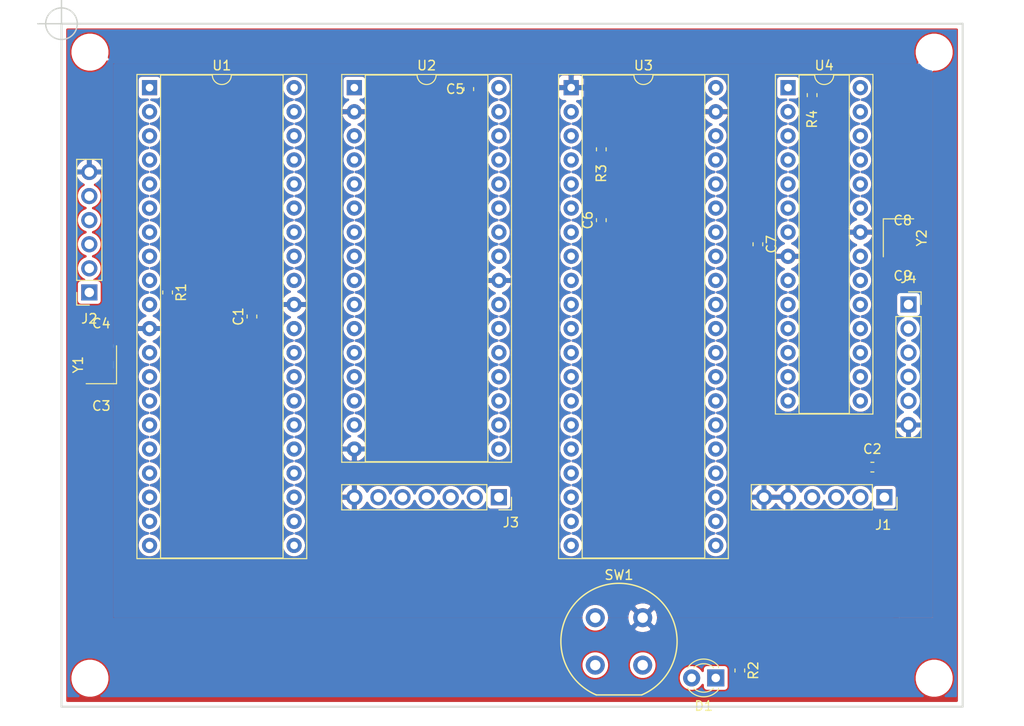
<source format=kicad_pcb>
(kicad_pcb (version 20211014) (generator pcbnew)
  (layers (0 "F.Cu" signal) (31 "B.Cu" signal) (34 "B.Paste" user) (35 "F.Paste" user) (36 "B.SilkS" user "B.Silkscreen") (37 "F.SilkS" user "F.Silkscreen") (38 "B.Mask" user) (39 "F.Mask" user) (44 "Edge.Cuts" user))
  (net 0 "")
  (net 1 "GND")
  (net 2 "/A13")
  (net 3 "VCC")
  (net 4 "/A14")
  (net 5 "/A15")
  (net 6 "/D7")
  (net 7 "/D6")
  (net 8 "/D5")
  (net 9 "/D4")
  (net 10 "/A0")
  (net 11 "/D3")
  (net 12 "/A1")
  (net 13 "/D2")
  (net 14 "/A2")
  (net 15 "/D1")
  (net 16 "/A3")
  (net 17 "/D0")
  (net 18 "/A4")
  (net 19 "/A5")
  (net 20 "/A6")
  (net 21 "/A7")
  (net 22 "/A8")
  (net 23 "/A9")
  (net 24 "/A10")
  (net 25 "/A11")
  (net 26 "/A12")
  (net 27 "/BS")
  (net 28 "/BA")
  (net 29 "/AVMA")
  (net 30 "/LIC")
  (net 31 "/SD_DI")
  (net 32 "/SD_DO")
  (net 33 "/SD_SCK")
  (net 34 "/RD_WR")
  (net 35 "/DBG_RX")
  (net 36 "/DBG_TX")
  (net 37 "/~{IRQ}")
  (net 38 "Net-(C8-Pad1)")
  (net 39 "Net-(C9-Pad2)")
  (net 40 "/~{DBG_RST}")
  (net 41 "/~{USR_SW}")
  (net 42 "/E_CLK")
  (net 43 "/Q_CLK")
  (net 44 "/USR_LED")
  (net 45 "Net-(D1-Pad1)")
  (net 46 "/~{SD_CS}")
  (net 47 "/~{ACK}")
  (net 48 "/~{RAM_E}")
  (net 49 "/~{INT}")
  (net 50 "/BUSY")
  (net 51 "/~{HALT}")
  (net 52 "/~{RESET}")
  (net 53 "/~{STEP}")
  (net 54 "/~{NMI}")
  (net 55 "Net-(C2-Pad1)")
  (net 56 "Net-(C3-Pad1)")
  (net 57 "Net-(C4-Pad2)")
  (net 58 "Net-(J4-Pad1)")
  (net 59 "Net-(R3-Pad1)")
  (footprint "MountingHole:MountingHole_3.2mm_M3" (layer "F.Cu") (at 104 73)
    (fp_text reference "MH1" hide)
    (fp_text value "MountingHole_3.2mm_M3")
    (pad "" np_thru_hole circle locked (at 0 0) (size 3.2 3.2) (drill 3.2) (layers *.Cu *.Mask))
  )
  (footprint "MountingHole:MountingHole_3.2mm_M3" (layer "F.Cu") (at 193 73)
    (fp_text reference "MH2" hide)
    (fp_text value "MountingHole_3.2mm_M3")
    (pad "" np_thru_hole circle locked (at 0 0) (size 3.2 3.2) (drill 3.2) (layers *.Cu *.Mask))
  )
  (footprint "MountingHole:MountingHole_3.2mm_M3" (layer "F.Cu") (at 193 139)
    (fp_text reference "MH3" hide)
    (fp_text value "MountingHole_3.2mm_M3")
    (pad "" np_thru_hole circle locked (at 0 0) (size 3.2 3.2) (drill 3.2) (layers *.Cu *.Mask))
  )
  (footprint "MountingHole:MountingHole_3.2mm_M3" (layer "F.Cu") (at 104 139)
    (fp_text reference "MH4" hide)
    (fp_text value "MountingHole_3.2mm_M3")
    (pad "" np_thru_hole circle locked (at 0 0) (size 3.2 3.2) (drill 3.2) (layers *.Cu *.Mask))
  )
  (footprint "Package_DIP:DIP-32_W15.24mm_Socket" (layer "F.Cu") (at 131.872 76.7392)
    (fp_text reference "U2" (at 7.62 -2.33) (layer "F.SilkS"))
    (fp_text value "HM628128DLP-5")
    (fp_line (start 1.16 39.43) (end 14.08 39.43) (layer "F.SilkS") (width 0.12))
    (fp_line (start 14.08 -1.33) (end 8.62 -1.33) (layer "F.SilkS") (width 0.12))
    (fp_line (start 14.08 39.43) (end 14.08 -1.33) (layer "F.SilkS") (width 0.12))
    (fp_line (start 1.16 -1.33) (end 1.16 39.43) (layer "F.SilkS") (width 0.12))
    (fp_line (start 16.57 39.49) (end 16.57 -1.39) (layer "F.SilkS") (width 0.12))
    (fp_line (start -1.33 39.49) (end 16.57 39.49) (layer "F.SilkS") (width 0.12))
    (fp_line (start -1.33 -1.39) (end -1.33 39.49) (layer "F.SilkS") (width 0.12))
    (fp_line (start 16.57 -1.39) (end -1.33 -1.39) (layer "F.SilkS") (width 0.12))
    (fp_line (start 6.62 -1.33) (end 1.16 -1.33) (layer "F.SilkS") (width 0.12))
    (fp_arc (start 8.62 -1.33) (mid 7.62 -0.33) (end 6.62 -1.33) (layer "F.SilkS") (width 0.12))
    (pad "1" thru_hole rect locked (at 0 0) (size 1.6 1.6) (drill 0.8) (layers *.Cu *.Mask))
    (pad "2" thru_hole oval locked (at 0 2.54) (size 1.6 1.6) (drill 0.8) (layers *.Cu *.Mask) (net 1 "GND"))
    (pad "3" thru_hole oval locked (at 0 5.08) (size 1.6 1.6) (drill 0.8) (layers *.Cu *.Mask) (net 4 "/A14"))
    (pad "4" thru_hole oval locked (at 0 7.62) (size 1.6 1.6) (drill 0.8) (layers *.Cu *.Mask) (net 26 "/A12"))
    (pad "5" thru_hole oval locked (at 0 10.16) (size 1.6 1.6) (drill 0.8) (layers *.Cu *.Mask) (net 21 "/A7"))
    (pad "6" thru_hole oval locked (at 0 12.7) (size 1.6 1.6) (drill 0.8) (layers *.Cu *.Mask) (net 20 "/A6"))
    (pad "7" thru_hole oval locked (at 0 15.24) (size 1.6 1.6) (drill 0.8) (layers *.Cu *.Mask) (net 19 "/A5"))
    (pad "8" thru_hole oval locked (at 0 17.78) (size 1.6 1.6) (drill 0.8) (layers *.Cu *.Mask) (net 18 "/A4"))
    (pad "9" thru_hole oval locked (at 0 20.32) (size 1.6 1.6) (drill 0.8) (layers *.Cu *.Mask) (net 16 "/A3"))
    (pad "10" thru_hole oval locked (at 0 22.86) (size 1.6 1.6) (drill 0.8) (layers *.Cu *.Mask) (net 14 "/A2"))
    (pad "11" thru_hole oval locked (at 0 25.4) (size 1.6 1.6) (drill 0.8) (layers *.Cu *.Mask) (net 12 "/A1"))
    (pad "12" thru_hole oval locked (at 0 27.94) (size 1.6 1.6) (drill 0.8) (layers *.Cu *.Mask) (net 10 "/A0"))
    (pad "13" thru_hole oval locked (at 0 30.48) (size 1.6 1.6) (drill 0.8) (layers *.Cu *.Mask) (net 17 "/D0"))
    (pad "14" thru_hole oval locked (at 0 33.02) (size 1.6 1.6) (drill 0.8) (layers *.Cu *.Mask) (net 15 "/D1"))
    (pad "15" thru_hole oval locked (at 0 35.56) (size 1.6 1.6) (drill 0.8) (layers *.Cu *.Mask) (net 13 "/D2"))
    (pad "16" thru_hole oval locked (at 0 38.1) (size 1.6 1.6) (drill 0.8) (layers *.Cu *.Mask) (net 1 "GND"))
    (pad "17" thru_hole oval locked (at 15.24 38.1) (size 1.6 1.6) (drill 0.8) (layers *.Cu *.Mask) (net 11 "/D3"))
    (pad "18" thru_hole oval locked (at 15.24 35.56) (size 1.6 1.6) (drill 0.8) (layers *.Cu *.Mask) (net 9 "/D4"))
    (pad "19" thru_hole oval locked (at 15.24 33.02) (size 1.6 1.6) (drill 0.8) (layers *.Cu *.Mask) (net 8 "/D5"))
    (pad "20" thru_hole oval locked (at 15.24 30.48) (size 1.6 1.6) (drill 0.8) (layers *.Cu *.Mask) (net 7 "/D6"))
    (pad "21" thru_hole oval locked (at 15.24 27.94) (size 1.6 1.6) (drill 0.8) (layers *.Cu *.Mask) (net 6 "/D7"))
    (pad "22" thru_hole oval locked (at 15.24 25.4) (size 1.6 1.6) (drill 0.8) (layers *.Cu *.Mask) (net 48 "/~{RAM_E}"))
    (pad "23" thru_hole oval locked (at 15.24 22.86) (size 1.6 1.6) (drill 0.8) (layers *.Cu *.Mask) (net 24 "/A10"))
    (pad "24" thru_hole oval locked (at 15.24 20.32) (size 1.6 1.6) (drill 0.8) (layers *.Cu *.Mask) (net 1 "GND"))
    (pad "25" thru_hole oval locked (at 15.24 17.78) (size 1.6 1.6) (drill 0.8) (layers *.Cu *.Mask) (net 25 "/A11"))
    (pad "26" thru_hole oval locked (at 15.24 15.24) (size 1.6 1.6) (drill 0.8) (layers *.Cu *.Mask) (net 23 "/A9"))
    (pad "27" thru_hole oval locked (at 15.24 12.7) (size 1.6 1.6) (drill 0.8) (layers *.Cu *.Mask) (net 22 "/A8"))
    (pad "28" thru_hole oval locked (at 15.24 10.16) (size 1.6 1.6) (drill 0.8) (layers *.Cu *.Mask) (net 2 "/A13"))
    (pad "29" thru_hole oval locked (at 15.24 7.62) (size 1.6 1.6) (drill 0.8) (layers *.Cu *.Mask) (net 34 "/RD_WR"))
    (pad "30" thru_hole oval locked (at 15.24 5.08) (size 1.6 1.6) (drill 0.8) (layers *.Cu *.Mask) (net 42 "/E_CLK"))
    (pad "31" thru_hole oval locked (at 15.24 2.54) (size 1.6 1.6) (drill 0.8) (layers *.Cu *.Mask) (net 5 "/A15"))
    (pad "32" thru_hole oval locked (at 15.24 0) (size 1.6 1.6) (drill 0.8) (layers *.Cu *.Mask) (net 3 "VCC"))
  )
  (footprint "Connector_PinSocket_2.54mm:PinSocket_1x06_P2.54mm_Vertical" (layer "F.Cu") (at 187.752 119.919 -90)
    (fp_text reference "J1" (at 2.921 0.127) (layer "F.SilkS"))
    (fp_text value "Conn_USB_Serial")
    (fp_line (start 1.33 1.27) (end 1.33 14.03) (layer "F.SilkS") (width 0.12))
    (fp_line (start 0 -1.33) (end 1.33 -1.33) (layer "F.SilkS") (width 0.12))
    (fp_line (start -1.33 1.27) (end -1.33 14.03) (layer "F.SilkS") (width 0.12))
    (fp_line (start 1.33 -1.33) (end 1.33 0) (layer "F.SilkS") (width 0.12))
    (fp_line (start -1.33 1.27) (end 1.33 1.27) (layer "F.SilkS") (width 0.12))
    (fp_line (start -1.33 14.03) (end 1.33 14.03) (layer "F.SilkS") (width 0.12))
    (pad "1" thru_hole rect locked (at 0 0 270) (size 1.7 1.7) (drill 1) (layers *.Cu *.Mask) (net 55 "Net-(C2-Pad1)"))
    (pad "2" thru_hole oval locked (at 0 2.54 270) (size 1.7 1.7) (drill 1) (layers *.Cu *.Mask) (net 36 "/DBG_TX"))
    (pad "3" thru_hole oval locked (at 0 5.08 270) (size 1.7 1.7) (drill 1) (layers *.Cu *.Mask) (net 35 "/DBG_RX"))
    (pad "4" thru_hole oval locked (at 0 7.62 270) (size 1.7 1.7) (drill 1) (layers *.Cu *.Mask) (net 3 "VCC"))
    (pad "5" thru_hole oval locked (at 0 10.16 270) (size 1.7 1.7) (drill 1) (layers *.Cu *.Mask) (net 1 "GND"))
    (pad "6" thru_hole oval locked (at 0 12.7 270) (size 1.7 1.7) (drill 1) (layers *.Cu *.Mask) (net 1 "GND"))
  )
  (footprint "Package_DIP:DIP-40_W15.24mm_Socket" (layer "F.Cu") (at 154.732 76.7392)
    (fp_text reference "U3" (at 7.62 -2.33) (layer "F.SilkS"))
    (fp_text value "HD63C09E")
    (fp_line (start -1.33 49.65) (end 16.57 49.65) (layer "F.SilkS") (width 0.12))
    (fp_line (start 16.57 -1.39) (end -1.33 -1.39) (layer "F.SilkS") (width 0.12))
    (fp_line (start 1.16 -1.33) (end 1.16 49.59) (layer "F.SilkS") (width 0.12))
    (fp_line (start 16.57 49.65) (end 16.57 -1.39) (layer "F.SilkS") (width 0.12))
    (fp_line (start 6.62 -1.33) (end 1.16 -1.33) (layer "F.SilkS") (width 0.12))
    (fp_line (start 14.08 -1.33) (end 8.62 -1.33) (layer "F.SilkS") (width 0.12))
    (fp_line (start 14.08 49.59) (end 14.08 -1.33) (layer "F.SilkS") (width 0.12))
    (fp_line (start 1.16 49.59) (end 14.08 49.59) (layer "F.SilkS") (width 0.12))
    (fp_line (start -1.33 -1.39) (end -1.33 49.65) (layer "F.SilkS") (width 0.12))
    (fp_arc (start 8.62 -1.33) (mid 7.62 -0.33) (end 6.62 -1.33) (layer "F.SilkS") (width 0.12))
    (pad "1" thru_hole rect locked (at 0 0) (size 1.6 1.6) (drill 0.8) (layers *.Cu *.Mask) (net 1 "GND"))
    (pad "2" thru_hole oval locked (at 0 2.54) (size 1.6 1.6) (drill 0.8) (layers *.Cu *.Mask) (net 54 "/~{NMI}"))
    (pad "3" thru_hole oval locked (at 0 5.08) (size 1.6 1.6) (drill 0.8) (layers *.Cu *.Mask) (net 37 "/~{IRQ}"))
    (pad "4" thru_hole oval locked (at 0 7.62) (size 1.6 1.6) (drill 0.8) (layers *.Cu *.Mask) (net 59 "Net-(R3-Pad1)"))
    (pad "5" thru_hole oval locked (at 0 10.16) (size 1.6 1.6) (drill 0.8) (layers *.Cu *.Mask) (net 27 "/BS"))
    (pad "6" thru_hole oval locked (at 0 12.7) (size 1.6 1.6) (drill 0.8) (layers *.Cu *.Mask) (net 28 "/BA"))
    (pad "7" thru_hole oval locked (at 0 15.24) (size 1.6 1.6) (drill 0.8) (layers *.Cu *.Mask) (net 3 "VCC"))
    (pad "8" thru_hole oval locked (at 0 17.78) (size 1.6 1.6) (drill 0.8) (layers *.Cu *.Mask) (net 10 "/A0"))
    (pad "9" thru_hole oval locked (at 0 20.32) (size 1.6 1.6) (drill 0.8) (layers *.Cu *.Mask) (net 12 "/A1"))
    (pad "10" thru_hole oval locked (at 0 22.86) (size 1.6 1.6) (drill 0.8) (layers *.Cu *.Mask) (net 14 "/A2"))
    (pad "11" thru_hole oval locked (at 0 25.4) (size 1.6 1.6) (drill 0.8) (layers *.Cu *.Mask) (net 16 "/A3"))
    (pad "12" thru_hole oval locked (at 0 27.94) (size 1.6 1.6) (drill 0.8) (layers *.Cu *.Mask) (net 18 "/A4"))
    (pad "13" thru_hole oval locked (at 0 30.48) (size 1.6 1.6) (drill 0.8) (layers *.Cu *.Mask) (net 19 "/A5"))
    (pad "14" thru_hole oval locked (at 0 33.02) (size 1.6 1.6) (drill 0.8) (layers *.Cu *.Mask) (net 20 "/A6"))
    (pad "15" thru_hole oval locked (at 0 35.56) (size 1.6 1.6) (drill 0.8) (layers *.Cu *.Mask) (net 21 "/A7"))
    (pad "16" thru_hole oval locked (at 0 38.1) (size 1.6 1.6) (drill 0.8) (layers *.Cu *.Mask) (net 22 "/A8"))
    (pad "17" thru_hole oval locked (at 0 40.64) (size 1.6 1.6) (drill 0.8) (layers *.Cu *.Mask) (net 23 "/A9"))
    (pad "18" thru_hole oval locked (at 0 43.18) (size 1.6 1.6) (drill 0.8) (layers *.Cu *.Mask) (net 24 "/A10"))
    (pad "19" thru_hole oval locked (at 0 45.72) (size 1.6 1.6) (drill 0.8) (layers *.Cu *.Mask) (net 25 "/A11"))
    (pad "20" thru_hole oval locked (at 0 48.26) (size 1.6 1.6) (drill 0.8) (layers *.Cu *.Mask) (net 26 "/A12"))
    (pad "21" thru_hole oval locked (at 15.24 48.26) (size 1.6 1.6) (drill 0.8) (layers *.Cu *.Mask) (net 2 "/A13"))
    (pad "22" thru_hole oval locked (at 15.24 45.72) (size 1.6 1.6) (drill 0.8) (layers *.Cu *.Mask) (net 4 "/A14"))
    (pad "23" thru_hole oval locked (at 15.24 43.18) (size 1.6 1.6) (drill 0.8) (layers *.Cu *.Mask) (net 5 "/A15"))
    (pad "24" thru_hole oval locked (at 15.24 40.64) (size 1.6 1.6) (drill 0.8) (layers *.Cu *.Mask) (net 6 "/D7"))
    (pad "25" thru_hole oval locked (at 15.24 38.1) (size 1.6 1.6) (drill 0.8) (layers *.Cu *.Mask) (net 7 "/D6"))
    (pad "26" thru_hole oval locked (at 15.24 35.56) (size 1.6 1.6) (drill 0.8) (layers *.Cu *.Mask) (net 8 "/D5"))
    (pad "27" thru_hole oval locked (at 15.24 33.02) (size 1.6 1.6) (drill 0.8) (layers *.Cu *.Mask) (net 9 "/D4"))
    (pad "28" thru_hole oval locked (at 15.24 30.48) (size 1.6 1.6) (drill 0.8) (layers *.Cu *.Mask) (net 11 "/D3"))
    (pad "29" thru_hole oval locked (at 15.24 27.94) (size 1.6 1.6) (drill 0.8) (layers *.Cu *.Mask) (net 13 "/D2"))
    (pad "30" thru_hole oval locked (at 15.24 25.4) (size 1.6 1.6) (drill 0.8) (layers *.Cu *.Mask) (net 15 "/D1"))
    (pad "31" thru_hole oval locked (at 15.24 22.86) (size 1.6 1.6) (drill 0.8) (layers *.Cu *.Mask) (net 17 "/D0"))
    (pad "32" thru_hole oval locked (at 15.24 20.32) (size 1.6 1.6) (drill 0.8) (layers *.Cu *.Mask) (net 34 "/RD_WR"))
    (pad "33" thru_hole oval locked (at 15.24 17.78) (size 1.6 1.6) (drill 0.8) (layers *.Cu *.Mask) (net 50 "/BUSY"))
    (pad "34" thru_hole oval locked (at 15.24 15.24) (size 1.6 1.6) (drill 0.8) (layers *.Cu *.Mask) (net 42 "/E_CLK"))
    (pad "35" thru_hole oval locked (at 15.24 12.7) (size 1.6 1.6) (drill 0.8) (layers *.Cu *.Mask) (net 43 "/Q_CLK"))
    (pad "36" thru_hole oval locked (at 15.24 10.16) (size 1.6 1.6) (drill 0.8) (layers *.Cu *.Mask) (net 29 "/AVMA"))
    (pad "37" thru_hole oval locked (at 15.24 7.62) (size 1.6 1.6) (drill 0.8) (layers *.Cu *.Mask) (net 52 "/~{RESET}"))
    (pad "38" thru_hole oval locked (at 15.24 5.08) (size 1.6 1.6) (drill 0.8) (layers *.Cu *.Mask) (net 30 "/LIC"))
    (pad "39" thru_hole oval locked (at 15.24 2.54) (size 1.6 1.6) (drill 0.8) (layers *.Cu *.Mask) (net 1 "GND"))
    (pad "40" thru_hole oval locked (at 15.24 0) (size 1.6 1.6) (drill 0.8) (layers *.Cu *.Mask) (net 51 "/~{HALT}"))
  )
  (footprint "Connector_PinSocket_2.54mm:PinSocket_1x07_P2.54mm_Vertical" (layer "F.Cu") (at 147.112 119.919 -90)
    (fp_text reference "J3" (at 2.667 -1.27) (layer "F.SilkS"))
    (fp_text value "Conn_Micro_SD")
    (fp_line (start -1.33 16.57) (end 1.33 16.57) (layer "F.SilkS") (width 0.12))
    (fp_line (start 1.33 -1.33) (end 1.33 0) (layer "F.SilkS") (width 0.12))
    (fp_line (start 0 -1.33) (end 1.33 -1.33) (layer "F.SilkS") (width 0.12))
    (fp_line (start 1.33 1.27) (end 1.33 16.57) (layer "F.SilkS") (width 0.12))
    (fp_line (start -1.33 1.27) (end -1.33 16.57) (layer "F.SilkS") (width 0.12))
    (fp_line (start -1.33 1.27) (end 1.33 1.27) (layer "F.SilkS") (width 0.12))
    (pad "1" thru_hole rect locked (at 0 0 270) (size 1.7 1.7) (drill 1) (layers *.Cu *.Mask) (net 3 "VCC"))
    (pad "2" thru_hole oval locked (at 0 2.54 270) (size 1.7 1.7) (drill 1) (layers *.Cu *.Mask) (net 46 "/~{SD_CS}"))
    (pad "3" thru_hole oval locked (at 0 5.08 270) (size 1.7 1.7) (drill 1) (layers *.Cu *.Mask) (net 31 "/SD_DI"))
    (pad "4" thru_hole oval locked (at 0 7.62 270) (size 1.7 1.7) (drill 1) (layers *.Cu *.Mask) (net 33 "/SD_SCK"))
    (pad "5" thru_hole oval locked (at 0 10.16 270) (size 1.7 1.7) (drill 1) (layers *.Cu *.Mask) (net 32 "/SD_DO"))
    (pad "6" thru_hole oval locked (at 0 12.7 270) (size 1.7 1.7) (drill 1) (layers *.Cu *.Mask))
    (pad "7" thru_hole oval locked (at 0 15.24 270) (size 1.7 1.7) (drill 1) (layers *.Cu *.Mask) (net 1 "GND"))
  )
  (footprint "Capacitor_SMD:C_0603_1608Metric" (layer "F.Cu") (at 143.937 76.8917 90)
    (fp_text reference "C5" (at 0 -1.43 180) (layer "F.SilkS"))
    (fp_text value "0.1u")
    (fp_line (start -0.162779 0.51) (end 0.162779 0.51) (layer "F.SilkS") (width 0.12))
    (fp_line (start -0.162779 -0.51) (end 0.162779 -0.51) (layer "F.SilkS") (width 0.12))
    (pad "1" smd roundrect locked (at -0.7875 0 90) (size 0.875 0.95) (layers "F.Cu" "F.Paste" "F.Mask") (net 3 "VCC"))
    (pad "2" smd roundrect locked (at 0.7875 0 90) (size 0.875 0.95) (layers "F.Cu" "F.Paste" "F.Mask") (net 1 "GND"))
  )
  (footprint "Capacitor_SMD:C_0603_1608Metric" (layer "F.Cu") (at 174.417 93.2492 -90)
    (fp_text reference "C7" (at 0 -1.43 -90) (layer "F.SilkS"))
    (fp_text value "0.1u")
    (fp_line (start -0.162779 -0.51) (end 0.162779 -0.51) (layer "F.SilkS") (width 0.12))
    (fp_line (start -0.162779 0.51) (end 0.162779 0.51) (layer "F.SilkS") (width 0.12))
    (pad "1" smd roundrect locked (at -0.7875 0 270) (size 0.875 0.95) (layers "F.Cu" "F.Paste" "F.Mask") (net 3 "VCC"))
    (pad "2" smd roundrect locked (at 0.7875 0 270) (size 0.875 0.95) (layers "F.Cu" "F.Paste" "F.Mask") (net 1 "GND"))
  )
  (footprint "Resistor_SMD:R_0603_1608Metric" (layer "F.Cu") (at 157.907 83.2417 90)
    (fp_text reference "R3" (at -2.54 0 90) (layer "F.SilkS"))
    (fp_text value "10k")
    (fp_line (start -0.162779 0.51) (end 0.162779 0.51) (layer "F.SilkS") (width 0.12))
    (fp_line (start -0.162779 -0.51) (end 0.162779 -0.51) (layer "F.SilkS") (width 0.12))
    (pad "1" smd roundrect locked (at -0.7875 0 90) (size 0.875 0.95) (layers "F.Cu" "F.Paste" "F.Mask") (net 59 "Net-(R3-Pad1)"))
    (pad "2" smd roundrect locked (at 0.7875 0 90) (size 0.875 0.95) (layers "F.Cu" "F.Paste" "F.Mask") (net 3 "VCC"))
  )
  (footprint "Resistor_SMD:R_0603_1608Metric" (layer "F.Cu") (at 112.187 98.3292 -90)
    (fp_text reference "R1" (at 0 -1.43 90) (layer "F.SilkS"))
    (fp_text value "10k")
    (fp_line (start -0.162779 -0.51) (end 0.162779 -0.51) (layer "F.SilkS") (width 0.12))
    (fp_line (start -0.162779 0.51) (end 0.162779 0.51) (layer "F.SilkS") (width 0.12))
    (pad "1" smd roundrect locked (at -0.7875 0 270) (size 0.875 0.95) (layers "F.Cu" "F.Paste" "F.Mask") (net 40 "/~{DBG_RST}"))
    (pad "2" smd roundrect locked (at 0.7875 0 270) (size 0.875 0.95) (layers "F.Cu" "F.Paste" "F.Mask") (net 3 "VCC"))
  )
  (footprint "Resistor_SMD:R_0603_1608Metric" (layer "F.Cu") (at 180.132 77.5267 90)
    (fp_text reference "R4" (at -2.54 0 270) (layer "F.SilkS"))
    (fp_text value "10k")
    (fp_line (start -0.162779 0.51) (end 0.162779 0.51) (layer "F.SilkS") (width 0.12))
    (fp_line (start -0.162779 -0.51) (end 0.162779 -0.51) (layer "F.SilkS") (width 0.12))
    (pad "1" smd roundrect locked (at -0.7875 0 90) (size 0.875 0.95) (layers "F.Cu" "F.Paste" "F.Mask") (net 58 "Net-(J4-Pad1)"))
    (pad "2" smd roundrect locked (at 0.7875 0 90) (size 0.875 0.95) (layers "F.Cu" "F.Paste" "F.Mask") (net 3 "VCC"))
  )
  (footprint "Crystal:Crystal_SMD_SeikoEpson_FA238-4Pin_3.2x2.5mm" (layer "F.Cu") (at 189.238 92.5712 -90)
    (fp_text reference "Y2" (at 0 -2.45 -90) (layer "F.SilkS"))
    (fp_text value "20MHz")
    (fp_line (start -2 1.6) (end 2 1.6) (layer "F.SilkS") (width 0.12))
    (fp_line (start -2 -1.6) (end -2 1.6) (layer "F.SilkS") (width 0.12))
    (pad "1" smd rect locked (at -1.1 0.8 270) (size 1.4 1.2) (layers "F.Cu" "F.Paste" "F.Mask") (net 38 "Net-(C8-Pad1)"))
    (pad "2" smd rect locked (at 1.1 0.8 270) (size 1.4 1.2) (layers "F.Cu" "F.Paste" "F.Mask") (net 39 "Net-(C9-Pad2)"))
    (pad "3" smd rect locked (at 1.1 -0.8 270) (size 1.4 1.2) (layers "F.Cu" "F.Paste" "F.Mask"))
    (pad "4" smd rect locked (at -1.1 -0.8 270) (size 1.4 1.2) (layers "F.Cu" "F.Paste" "F.Mask"))
  )
  (footprint "Crystal:Crystal_SMD_SeikoEpson_FA238-4Pin_3.2x2.5mm" (layer "F.Cu") (at 105.202 105.949 90)
    (fp_text reference "Y1" (at 0 -2.45 90) (layer "F.SilkS"))
    (fp_text value "20MHz")
    (fp_line (start -2 -1.6) (end -2 1.6) (layer "F.SilkS") (width 0.12))
    (fp_line (start -2 1.6) (end 2 1.6) (layer "F.SilkS") (width 0.12))
    (pad "1" smd rect locked (at -1.1 0.8 90) (size 1.4 1.2) (layers "F.Cu" "F.Paste" "F.Mask") (net 56 "Net-(C3-Pad1)"))
    (pad "2" smd rect locked (at 1.1 0.8 90) (size 1.4 1.2) (layers "F.Cu" "F.Paste" "F.Mask") (net 57 "Net-(C4-Pad2)"))
    (pad "3" smd rect locked (at 1.1 -0.8 90) (size 1.4 1.2) (layers "F.Cu" "F.Paste" "F.Mask"))
    (pad "4" smd rect locked (at -1.1 -0.8 90) (size 1.4 1.2) (layers "F.Cu" "F.Paste" "F.Mask"))
  )
  (footprint "Capacitor_SMD:C_0603_1608Metric" (layer "F.Cu") (at 186.482 116.744 180)
    (fp_text reference "C2" (at 0 1.905 180) (layer "F.SilkS"))
    (fp_text value "0.1u")
    (fp_line (start -0.162779 -0.51) (end 0.162779 -0.51) (layer "F.SilkS") (width 0.12))
    (fp_line (start -0.162779 0.51) (end 0.162779 0.51) (layer "F.SilkS") (width 0.12))
    (pad "1" smd roundrect locked (at -0.7875 0 180) (size 0.875 0.95) (layers "F.Cu" "F.Paste" "F.Mask") (net 55 "Net-(C2-Pad1)"))
    (pad "2" smd roundrect locked (at 0.7875 0 180) (size 0.875 0.95) (layers "F.Cu" "F.Paste" "F.Mask") (net 40 "/~{DBG_RST}"))
  )
  (footprint "Capacitor_SMD:C_0603_1608Metric" (layer "F.Cu") (at 157.907 90.7092 90)
    (fp_text reference "C6" (at 0 -1.43 90) (layer "F.SilkS"))
    (fp_text value "0.1u")
    (fp_line (start -0.162779 0.51) (end 0.162779 0.51) (layer "F.SilkS") (width 0.12))
    (fp_line (start -0.162779 -0.51) (end 0.162779 -0.51) (layer "F.SilkS") (width 0.12))
    (pad "1" smd roundrect locked (at -0.7875 0 90) (size 0.875 0.95) (layers "F.Cu" "F.Paste" "F.Mask") (net 3 "VCC"))
    (pad "2" smd roundrect locked (at 0.7875 0 90) (size 0.875 0.95) (layers "F.Cu" "F.Paste" "F.Mask") (net 1 "GND"))
  )
  (footprint "Capacitor_SMD:C_0402_1005Metric" (layer "F.Cu") (at 189.68 89.5662 180)
    (fp_text reference "C8" (at 0 -1.17) (layer "F.SilkS"))
    (fp_text value "22p")
    (pad "1" smd roundrect locked (at -0.485 0 180) (size 0.59 0.64) (layers "F.Cu" "F.Paste" "F.Mask") (net 38 "Net-(C8-Pad1)"))
    (pad "2" smd roundrect locked (at 0.485 0 180) (size 0.59 0.64) (layers "F.Cu" "F.Paste" "F.Mask") (net 1 "GND"))
  )
  (footprint "Capacitor_SMD:C_0402_1005Metric" (layer "F.Cu") (at 105.202 102.774)
    (fp_text reference "C4" (at 0 -1.17) (layer "F.SilkS"))
    (fp_text value "22p")
    (pad "1" smd roundrect locked (at -0.485 0) (size 0.59 0.64) (layers "F.Cu" "F.Paste" "F.Mask") (net 1 "GND"))
    (pad "2" smd roundrect locked (at 0.485 0) (size 0.59 0.64) (layers "F.Cu" "F.Paste" "F.Mask") (net 57 "Net-(C4-Pad2)"))
  )
  (footprint "Capacitor_SMD:C_0402_1005Metric" (layer "F.Cu") (at 105.202 109.124 180)
    (fp_text reference "C3" (at 0 -1.17 180) (layer "F.SilkS"))
    (fp_text value "22p")
    (pad "1" smd roundrect locked (at -0.485 0 180) (size 0.59 0.64) (layers "F.Cu" "F.Paste" "F.Mask") (net 56 "Net-(C3-Pad1)"))
    (pad "2" smd roundrect locked (at 0.485 0 180) (size 0.59 0.64) (layers "F.Cu" "F.Paste" "F.Mask") (net 1 "GND"))
  )
  (footprint "Connector_PinSocket_2.54mm:PinSocket_1x06_P2.54mm_Vertical" (layer "F.Cu") (at 103.932 98.3292 180)
    (fp_text reference "J2" (at 0 -2.77) (layer "F.SilkS"))
    (fp_text value "Conn_AVR_ISP")
    (fp_line (start -1.33 1.27) (end 1.33 1.27) (layer "F.SilkS") (width 0.12))
    (fp_line (start 1.33 1.27) (end 1.33 14.03) (layer "F.SilkS") (width 0.12))
    (fp_line (start -1.33 1.27) (end -1.33 14.03) (layer "F.SilkS") (width 0.12))
    (fp_line (start 0 -1.33) (end 1.33 -1.33) (layer "F.SilkS") (width 0.12))
    (fp_line (start 1.33 -1.33) (end 1.33 0) (layer "F.SilkS") (width 0.12))
    (fp_line (start -1.33 14.03) (end 1.33 14.03) (layer "F.SilkS") (width 0.12))
    (pad "1" thru_hole rect locked (at 0 0 180) (size 1.7 1.7) (drill 1) (layers *.Cu *.Mask) (net 40 "/~{DBG_RST}"))
    (pad "2" thru_hole oval locked (at 0 2.54 180) (size 1.7 1.7) (drill 1) (layers *.Cu *.Mask) (net 3 "VCC"))
    (pad "3" thru_hole oval locked (at 0 5.08 180) (size 1.7 1.7) (drill 1) (layers *.Cu *.Mask) (net 33 "/SD_SCK"))
    (pad "4" thru_hole oval locked (at 0 7.62 180) (size 1.7 1.7) (drill 1) (layers *.Cu *.Mask) (net 32 "/SD_DO"))
    (pad "5" thru_hole oval locked (at 0 10.16 180) (size 1.7 1.7) (drill 1) (layers *.Cu *.Mask) (net 31 "/SD_DI"))
    (pad "6" thru_hole oval locked (at 0 12.7 180) (size 1.7 1.7) (drill 1) (layers *.Cu *.Mask) (net 1 "GND"))
  )
  (footprint "Connector_PinSocket_2.54mm:PinSocket_1x06_P2.54mm_Vertical" (layer "F.Cu") (at 190.292 99.5992)
    (fp_text reference "J4" (at 0 -2.77) (layer "F.SilkS"))
    (fp_text value "Conn_AVR_ISP")
    (fp_line (start -1.33 14.03) (end 1.33 14.03) (layer "F.SilkS") (width 0.12))
    (fp_line (start 1.33 -1.33) (end 1.33 0) (layer "F.SilkS") (width 0.12))
    (fp_line (start -1.33 1.27) (end 1.33 1.27) (layer "F.SilkS") (width 0.12))
    (fp_line (start -1.33 1.27) (end -1.33 14.03) (layer "F.SilkS") (width 0.12))
    (fp_line (start 0 -1.33) (end 1.33 -1.33) (layer "F.SilkS") (width 0.12))
    (fp_line (start 1.33 1.27) (end 1.33 14.03) (layer "F.SilkS") (width 0.12))
    (pad "1" thru_hole rect locked (at 0 0) (size 1.7 1.7) (drill 1) (layers *.Cu *.Mask) (net 58 "Net-(J4-Pad1)"))
    (pad "2" thru_hole oval locked (at 0 2.54) (size 1.7 1.7) (drill 1) (layers *.Cu *.Mask) (net 3 "VCC"))
    (pad "3" thru_hole oval locked (at 0 5.08) (size 1.7 1.7) (drill 1) (layers *.Cu *.Mask) (net 21 "/A7"))
    (pad "4" thru_hole oval locked (at 0 7.62) (size 1.7 1.7) (drill 1) (layers *.Cu *.Mask) (net 14 "/A2"))
    (pad "5" thru_hole oval locked (at 0 10.16) (size 1.7 1.7) (drill 1) (layers *.Cu *.Mask) (net 16 "/A3"))
    (pad "6" thru_hole oval locked (at 0 12.7) (size 1.7 1.7) (drill 1) (layers *.Cu *.Mask) (net 1 "GND"))
  )
  (footprint "Capacitor_SMD:C_0402_1005Metric" (layer "F.Cu") (at 189.68 95.4082 180)
    (fp_text reference "C9" (at 0 -1.17 180) (layer "F.SilkS"))
    (fp_text value "22p")
    (pad "1" smd roundrect locked (at -0.485 0 180) (size 0.59 0.64) (layers "F.Cu" "F.Paste" "F.Mask") (net 1 "GND"))
    (pad "2" smd roundrect locked (at 0.485 0 180) (size 0.59 0.64) (layers "F.Cu" "F.Paste" "F.Mask") (net 39 "Net-(C9-Pad2)"))
  )
  (footprint "Capacitor_SMD:C_0603_1608Metric" (layer "F.Cu") (at 121.077 100.869 90)
    (fp_text reference "C1" (at 0 -1.43 90) (layer "F.SilkS"))
    (fp_text value "0.1u")
    (fp_line (start -0.162779 -0.51) (end 0.162779 -0.51) (layer "F.SilkS") (width 0.12))
    (fp_line (start -0.162779 0.51) (end 0.162779 0.51) (layer "F.SilkS") (width 0.12))
    (pad "1" smd roundrect locked (at -0.7875 0 90) (size 0.875 0.95) (layers "F.Cu" "F.Paste" "F.Mask") (net 3 "VCC"))
    (pad "2" smd roundrect locked (at 0.7875 0 90) (size 0.875 0.95) (layers "F.Cu" "F.Paste" "F.Mask") (net 1 "GND"))
  )
  (footprint "LED_THT:LED_D3.0mm" (layer "F.Cu") (at 169.972 138.9692 180)
    (fp_text reference "D1" (at 1.27 -2.96) (layer "F.SilkS"))
    (fp_text value "USR_LED")
    (fp_line (start -0.29 1.08) (end -0.29 1.236) (layer "F.SilkS") (width 0.12))
    (fp_line (start -0.29 -1.236) (end -0.29 -1.08) (layer "F.SilkS") (width 0.12))
    (fp_arc (start -0.29 -1.235516) (mid 1.366487 -1.987659) (end 2.942335 -1.078608) (layer "F.SilkS") (width 0.12))
    (fp_arc (start 2.31113 1.079837) (mid 1.270117 1.5) (end 0.229039 1.08) (layer "F.SilkS") (width 0.12))
    (fp_arc (start 0.229039 -1.08) (mid 1.270117 -1.5) (end 2.31113 -1.079837) (layer "F.SilkS") (width 0.12))
    (fp_arc (start 2.942335 1.078608) (mid 1.366487 1.987659) (end -0.29 1.235516) (layer "F.SilkS") (width 0.12))
    (pad "1" thru_hole rect locked (at 0 0 180) (size 1.8 1.8) (drill 0.9) (layers *.Cu *.Mask) (net 45 "Net-(D1-Pad1)"))
    (pad "2" thru_hole circle locked (at 2.54 0 180) (size 1.8 1.8) (drill 0.9) (layers *.Cu *.Mask) (net 44 "/USR_LED"))
  )
  (footprint "Resistor_SMD:R_0603_1608Metric" (layer "F.Cu") (at 172.512 138.1817 -90)
    (fp_text reference "R2" (at 0 -1.43 90) (layer "F.SilkS"))
    (fp_text value "560")
    (fp_line (start -0.162779 -0.51) (end 0.162779 -0.51) (layer "F.SilkS") (width 0.12))
    (fp_line (start -0.162779 0.51) (end 0.162779 0.51) (layer "F.SilkS") (width 0.12))
    (pad "1" smd roundrect locked (at -0.7875 0 270) (size 0.875 0.95) (layers "F.Cu" "F.Paste" "F.Mask") (net 1 "GND"))
    (pad "2" smd roundrect locked (at 0.7875 0 270) (size 0.875 0.95) (layers "F.Cu" "F.Paste" "F.Mask") (net 45 "Net-(D1-Pad1)"))
  )
  (footprint "Button_Switch_THT:Push_E-Switch_KS01Q01" (layer "F.Cu") (at 157.272 132.6192)
    (fp_text reference "SW1" (at 2.5 -4.5) (layer "F.SilkS"))
    (fp_text value "USR_SW")
    (fp_line (start 4.89 8.14) (end 0.11 8.14) (layer "F.SilkS") (width 0.15))
    (fp_arc (start 0.11 8.14) (mid 2.496283 -3.625495) (end 4.896843 8.137095) (layer "F.SilkS") (width 0.15))
    (pad "1" thru_hole circle locked (at 0 0) (size 2 2) (drill 1.1) (layers *.Cu *.Mask) (net 41 "/~{USR_SW}"))
    (pad "2" thru_hole circle locked (at 5 0) (size 2 2) (drill 1.1) (layers *.Cu *.Mask) (net 1 "GND"))
    (pad "3" thru_hole circle locked (at 0 5) (size 2 2) (drill 1.1) (layers *.Cu *.Mask))
    (pad "4" thru_hole circle locked (at 5 5) (size 2 2) (drill 1.1) (layers *.Cu *.Mask))
  )
  (footprint "Package_DIP:DIP-40_W15.24mm_Socket" (layer "F.Cu") (at 110.282 76.7392)
    (fp_text reference "U1" (at 7.62 -2.33) (layer "F.SilkS"))
    (fp_text value "ATmega1284P-PU")
    (fp_line (start 16.57 49.65) (end 16.57 -1.39) (layer "F.SilkS") (width 0.12))
    (fp_line (start 14.08 49.59) (end 14.08 -1.33) (layer "F.SilkS") (width 0.12))
    (fp_line (start 1.16 -1.33) (end 1.16 49.59) (layer "F.SilkS") (width 0.12))
    (fp_line (start -1.33 49.65) (end 16.57 49.65) (layer "F.SilkS") (width 0.12))
    (fp_line (start -1.33 -1.39) (end -1.33 49.65) (layer "F.SilkS") (width 0.12))
    (fp_line (start 6.62 -1.33) (end 1.16 -1.33) (layer "F.SilkS") (width 0.12))
    (fp_line (start 16.57 -1.39) (end -1.33 -1.39) (layer "F.SilkS") (width 0.12))
    (fp_line (start 14.08 -1.33) (end 8.62 -1.33) (layer "F.SilkS") (width 0.12))
    (fp_line (start 1.16 49.59) (end 14.08 49.59) (layer "F.SilkS") (width 0.12))
    (fp_arc (start 8.62 -1.33) (mid 7.62 -0.33) (end 6.62 -1.33) (layer "F.SilkS") (width 0.12))
    (pad "1" thru_hole rect locked (at 0 0) (size 1.6 1.6) (drill 0.8) (layers *.Cu *.Mask) (net 54 "/~{NMI}"))
    (pad "2" thru_hole oval locked (at 0 2.54) (size 1.6 1.6) (drill 0.8) (layers *.Cu *.Mask) (net 37 "/~{IRQ}"))
    (pad "3" thru_hole oval locked (at 0 5.08) (size 1.6 1.6) (drill 0.8) (layers *.Cu *.Mask) (net 10 "/A0"))
    (pad "4" thru_hole oval locked (at 0 7.62) (size 1.6 1.6) (drill 0.8) (layers *.Cu *.Mask) (net 12 "/A1"))
    (pad "5" thru_hole oval locked (at 0 10.16) (size 1.6 1.6) (drill 0.8) (layers *.Cu *.Mask) (net 46 "/~{SD_CS}"))
    (pad "6" thru_hole oval locked (at 0 12.7) (size 1.6 1.6) (drill 0.8) (layers *.Cu *.Mask) (net 31 "/SD_DI"))
    (pad "7" thru_hole oval locked (at 0 15.24) (size 1.6 1.6) (drill 0.8) (layers *.Cu *.Mask) (net 32 "/SD_DO"))
    (pad "8" thru_hole oval locked (at 0 17.78) (size 1.6 1.6) (drill 0.8) (layers *.Cu *.Mask) (net 33 "/SD_SCK"))
    (pad "9" thru_hole oval locked (at 0 20.32) (size 1.6 1.6) (drill 0.8) (layers *.Cu *.Mask) (net 40 "/~{DBG_RST}"))
    (pad "10" thru_hole oval locked (at 0 22.86) (size 1.6 1.6) (drill 0.8) (layers *.Cu *.Mask) (net 3 "VCC"))
    (pad "11" thru_hole oval locked (at 0 25.4) (size 1.6 1.6) (drill 0.8) (layers *.Cu *.Mask) (net 1 "GND"))
    (pad "12" thru_hole oval locked (at 0 27.94) (size 1.6 1.6) (drill 0.8) (layers *.Cu *.Mask) (net 57 "Net-(C4-Pad2)"))
    (pad "13" thru_hole oval locked (at 0 30.48) (size 1.6 1.6) (drill 0.8) (layers *.Cu *.Mask) (net 56 "Net-(C3-Pad1)"))
    (pad "14" thru_hole oval locked (at 0 33.02) (size 1.6 1.6) (drill 0.8) (layers *.Cu *.Mask) (net 35 "/DBG_RX"))
    (pad "15" thru_hole oval locked (at 0 35.56) (size 1.6 1.6) (drill 0.8) (layers *.Cu *.Mask) (net 36 "/DBG_TX"))
    (pad "16" thru_hole oval locked (at 0 38.1) (size 1.6 1.6) (drill 0.8) (layers *.Cu *.Mask) (net 41 "/~{USR_SW}"))
    (pad "17" thru_hole oval locked (at 0 40.64) (size 1.6 1.6) (drill 0.8) (layers *.Cu *.Mask) (net 49 "/~{INT}"))
    (pad "18" thru_hole oval locked (at 0 43.18) (size 1.6 1.6) (drill 0.8) (layers *.Cu *.Mask) (net 44 "/USR_LED"))
    (pad "19" thru_hole oval locked (at 0 45.72) (size 1.6 1.6) (drill 0.8) (layers *.Cu *.Mask) (net 48 "/~{RAM_E}"))
    (pad "20" thru_hole oval locked (at 0 48.26) (size 1.6 1.6) (drill 0.8) (layers *.Cu *.Mask) (net 47 "/~{ACK}"))
    (pad "21" thru_hole oval locked (at 15.24 48.26) (size 1.6 1.6) (drill 0.8) (layers *.Cu *.Mask) (net 53 "/~{STEP}"))
    (pad "22" thru_hole oval locked (at 15.24 45.72) (size 1.6 1.6) (drill 0.8) (layers *.Cu *.Mask) (net 52 "/~{RESET}"))
    (pad "23" thru_hole oval locked (at 15.24 43.18) (size 1.6 1.6) (drill 0.8) (layers *.Cu *.Mask) (net 51 "/~{HALT}"))
    (pad "24" thru_hole oval locked (at 15.24 40.64) (size 1.6 1.6) (drill 0.8) (layers *.Cu *.Mask) (net 34 "/RD_WR"))
    (pad "25" thru_hole oval locked (at 15.24 38.1) (size 1.6 1.6) (drill 0.8) (layers *.Cu *.Mask) (net 50 "/BUSY"))
    (pad "26" thru_hole oval locked (at 15.24 35.56) (size 1.6 1.6) (drill 0.8) (layers *.Cu *.Mask) (net 29 "/AVMA"))
    (pad "27" thru_hole oval locked (at 15.24 33.02) (size 1.6 1.6) (drill 0.8) (layers *.Cu *.Mask) (net 28 "/BA"))
    (pad "28" thru_hole oval locked (at 15.24 30.48) (size 1.6 1.6) (drill 0.8) (layers *.Cu *.Mask) (net 30 "/LIC"))
    (pad "29" thru_hole oval locked (at 15.24 27.94) (size 1.6 1.6) (drill 0.8) (layers *.Cu *.Mask) (net 27 "/BS"))
    (pad "30" thru_hole oval locked (at 15.24 25.4) (size 1.6 1.6) (drill 0.8) (layers *.Cu *.Mask) (net 3 "VCC"))
    (pad "31" thru_hole oval locked (at 15.24 22.86) (size 1.6 1.6) (drill 0.8) (layers *.Cu *.Mask) (net 1 "GND"))
    (pad "32" thru_hole oval locked (at 15.24 20.32) (size 1.6 1.6) (drill 0.8) (layers *.Cu *.Mask))
    (pad "33" thru_hole oval locked (at 15.24 17.78) (size 1.6 1.6) (drill 0.8) (layers *.Cu *.Mask) (net 6 "/D7"))
    (pad "34" thru_hole oval locked (at 15.24 15.24) (size 1.6 1.6) (drill 0.8) (layers *.Cu *.Mask) (net 7 "/D6"))
    (pad "35" thru_hole oval locked (at 15.24 12.7) (size 1.6 1.6) (drill 0.8) (layers *.Cu *.Mask) (net 8 "/D5"))
    (pad "36" thru_hole oval locked (at 15.24 10.16) (size 1.6 1.6) (drill 0.8) (layers *.Cu *.Mask) (net 9 "/D4"))
    (pad "37" thru_hole oval locked (at 15.24 7.62) (size 1.6 1.6) (drill 0.8) (layers *.Cu *.Mask) (net 11 "/D3"))
    (pad "38" thru_hole oval locked (at 15.24 5.08) (size 1.6 1.6) (drill 0.8) (layers *.Cu *.Mask) (net 13 "/D2"))
    (pad "39" thru_hole oval locked (at 15.24 2.54) (size 1.6 1.6) (drill 0.8) (layers *.Cu *.Mask) (net 15 "/D1"))
    (pad "40" thru_hole oval locked (at 15.24 0) (size 1.6 1.6) (drill 0.8) (layers *.Cu *.Mask) (net 17 "/D0"))
  )
  (footprint "Package_DIP:DIP-28_W7.62mm_Socket" (layer "F.Cu") (at 177.592 76.7392)
    (fp_text reference "U4" (at 3.81 -2.33) (layer "F.SilkS"))
    (fp_text value "ATmega328P-PU")
    (fp_line (start 6.46 -1.33) (end 4.81 -1.33) (layer "F.SilkS") (width 0.12))
    (fp_line (start -1.33 34.41) (end 8.95 34.41) (layer "F.SilkS") (width 0.12))
    (fp_line (start 8.95 34.41) (end 8.95 -1.39) (layer "F.SilkS") (width 0.12))
    (fp_line (start 1.16 34.35) (end 6.46 34.35) (layer "F.SilkS") (width 0.12))
    (fp_line (start -1.33 -1.39) (end -1.33 34.41) (layer "F.SilkS") (width 0.12))
    (fp_line (start 2.81 -1.33) (end 1.16 -1.33) (layer "F.SilkS") (width 0.12))
    (fp_line (start 1.16 -1.33) (end 1.16 34.35) (layer "F.SilkS") (width 0.12))
    (fp_line (start 6.46 34.35) (end 6.46 -1.33) (layer "F.SilkS") (width 0.12))
    (fp_line (start 8.95 -1.39) (end -1.33 -1.39) (layer "F.SilkS") (width 0.12))
    (fp_arc (start 4.81 -1.33) (mid 3.81 -0.33) (end 2.81 -1.33) (layer "F.SilkS") (width 0.12))
    (pad "1" thru_hole rect locked (at 0 0) (size 1.6 1.6) (drill 0.8) (layers *.Cu *.Mask) (net 58 "Net-(J4-Pad1)"))
    (pad "2" thru_hole oval locked (at 0 2.54) (size 1.6 1.6) (drill 0.8) (layers *.Cu *.Mask) (net 19 "/A5"))
    (pad "3" thru_hole oval locked (at 0 5.08) (size 1.6 1.6) (drill 0.8) (layers *.Cu *.Mask) (net 23 "/A9"))
    (pad "4" thru_hole oval locked (at 0 7.62) (size 1.6 1.6) (drill 0.8) (layers *.Cu *.Mask) (net 24 "/A10"))
    (pad "5" thru_hole oval locked (at 0 10.16) (size 1.6 1.6) (drill 0.8) (layers *.Cu *.Mask) (net 25 "/A11"))
    (pad "6" thru_hole oval locked (at 0 12.7) (size 1.6 1.6) (drill 0.8) (layers *.Cu *.Mask) (net 26 "/A12"))
    (pad "7" thru_hole oval locked (at 0 15.24) (size 1.6 1.6) (drill 0.8) (layers *.Cu *.Mask) (net 3 "VCC"))
    (pad "8" thru_hole oval locked (at 0 17.78) (size 1.6 1.6) (drill 0.8) (layers *.Cu *.Mask) (net 1 "GND"))
    (pad "9" thru_hole oval locked (at 0 20.32) (size 1.6 1.6) (drill 0.8) (layers *.Cu *.Mask) (net 38 "Net-(C8-Pad1)"))
    (pad "10" thru_hole oval locked (at 0 22.86) (size 1.6 1.6) (drill 0.8) (layers *.Cu *.Mask) (net 39 "Net-(C9-Pad2)"))
    (pad "11" thru_hole oval locked (at 0 25.4) (size 1.6 1.6) (drill 0.8) (layers *.Cu *.Mask) (net 2 "/A13"))
    (pad "12" thru_hole oval locked (at 0 27.94) (size 1.6 1.6) (drill 0.8) (layers *.Cu *.Mask) (net 4 "/A14"))
    (pad "13" thru_hole oval locked (at 0 30.48) (size 1.6 1.6) (drill 0.8) (layers *.Cu *.Mask) (net 5 "/A15"))
    (pad "14" thru_hole oval locked (at 0 33.02) (size 1.6 1.6) (drill 0.8) (layers *.Cu *.Mask) (net 22 "/A8"))
    (pad "15" thru_hole oval locked (at 7.62 33.02) (size 1.6 1.6) (drill 0.8) (layers *.Cu *.Mask) (net 20 "/A6"))
    (pad "16" thru_hole oval locked (at 7.62 30.48) (size 1.6 1.6) (drill 0.8) (layers *.Cu *.Mask) (net 18 "/A4"))
    (pad "17" thru_hole oval locked (at 7.62 27.94) (size 1.6 1.6) (drill 0.8) (layers *.Cu *.Mask) (net 16 "/A3"))
    (pad "18" thru_hole oval locked (at 7.62 25.4) (size 1.6 1.6) (drill 0.8) (layers *.Cu *.Mask) (net 14 "/A2"))
    (pad "19" thru_hole oval locked (at 7.62 22.86) (size 1.6 1.6) (drill 0.8) (layers *.Cu *.Mask) (net 21 "/A7"))
    (pad "20" thru_hole oval locked (at 7.62 20.32) (size 1.6 1.6) (drill 0.8) (layers *.Cu *.Mask) (net 3 "VCC"))
    (pad "21" thru_hole oval locked (at 7.62 17.78) (size 1.6 1.6) (drill 0.8) (layers *.Cu *.Mask))
    (pad "22" thru_hole oval locked (at 7.62 15.24) (size 1.6 1.6) (drill 0.8) (layers *.Cu *.Mask) (net 1 "GND"))
    (pad "23" thru_hole oval locked (at 7.62 12.7) (size 1.6 1.6) (drill 0.8) (layers *.Cu *.Mask))
    (pad "24" thru_hole oval locked (at 7.62 10.16) (size 1.6 1.6) (drill 0.8) (layers *.Cu *.Mask) (net 53 "/~{STEP}"))
    (pad "25" thru_hole oval locked (at 7.62 7.62) (size 1.6 1.6) (drill 0.8) (layers *.Cu *.Mask) (net 47 "/~{ACK}"))
    (pad "26" thru_hole oval locked (at 7.62 5.08) (size 1.6 1.6) (drill 0.8) (layers *.Cu *.Mask) (net 49 "/~{INT}"))
    (pad "27" thru_hole oval locked (at 7.62 2.54) (size 1.6 1.6) (drill 0.8) (layers *.Cu *.Mask) (net 42 "/E_CLK"))
    (pad "28" thru_hole oval locked (at 7.62 0) (size 1.6 1.6) (drill 0.8) (layers *.Cu *.Mask) (net 43 "/Q_CLK"))
  )
  (gr_line (start 196 142) (end 101 142) (layer "Edge.Cuts") (width 0.2))
  (gr_line (start 101 142) (end 101 70) (layer "Edge.Cuts") (width 0.2))
  (gr_line (start 101 70) (end 196 70) (layer "Edge.Cuts") (width 0.2))
  (gr_line (start 196 70) (end 196 142) (layer "Edge.Cuts") (width 0.2))
  (target plus (at 101 70) (size 5) (width 0.15) (layer "Edge.Cuts"))
  (zone (net 1) (net_name "GND") (layer "F.Cu") (priority 1) (connect_pads (clearance 0.508)) (min_thickness 0.254) (fill yes (thermal_gap 0.508) (thermal_bridge_width 0.508))
    (polygon (pts (xy 106.472 74.1992) (xy 192.832 74.1992) (xy 192.832 132.6192) (xy 106.472 132.6192)))
  )
  (zone (net 1) (net_name "GND") (layer "F.Cu") (connect_pads (clearance 0.35)) (min_thickness 0.254) (fill yes (thermal_gap 0.508) (thermal_bridge_width 0.508))
    (polygon (pts (xy 101.5 70.5) (xy 195.5 70.5) (xy 195.5 141.5) (xy 101.5 141.5) (xy 101.5 71)))
  )
  (zone (net 1) (net_name "GND") (layer "F.Cu") (priority 1) (connect_pads (clearance 0.35)) (min_thickness 0.254) (fill yes (thermal_gap 0.508) (thermal_bridge_width 0.508))
    (polygon (pts (xy 105.964 73.6912) (xy 189.276 73.6912) (xy 189.276 133.1272) (xy 105.964 133.1272)))
  )
  (zone (net 1) (net_name "GND") (layer "B.Cu") (priority 1) (connect_pads (clearance 0.35)) (min_thickness 0.254) (fill yes (thermal_gap 0.508) (thermal_bridge_width 0.508))
    (polygon (pts (xy 106.472 74.1992) (xy 192.832 74.1992) (xy 192.832 132.6192) (xy 106.472 132.6192)))
  )
  (zone (net 1) (net_name "GND") (layer "B.Cu") (connect_pads (clearance 0.508)) (min_thickness 0.254) (fill yes (thermal_gap 0.508) (thermal_bridge_width 0.508))
    (polygon (pts (xy 101.5 70.5) (xy 195.5 70.5) (xy 195.5 141) (xy 101.5 141)))
  )
  (zone (net 1) (net_name "GND") (layer "B.Cu") (connect_pads (clearance 0.35)) (min_thickness 0.254) (fill yes (thermal_gap 0.508) (thermal_bridge_width 0.508))
    (polygon (pts (xy 106.472 74.1992) (xy 188.768 74.1992) (xy 188.768 133.6352) (xy 106.472 133.6352)))
  )
)
</source>
